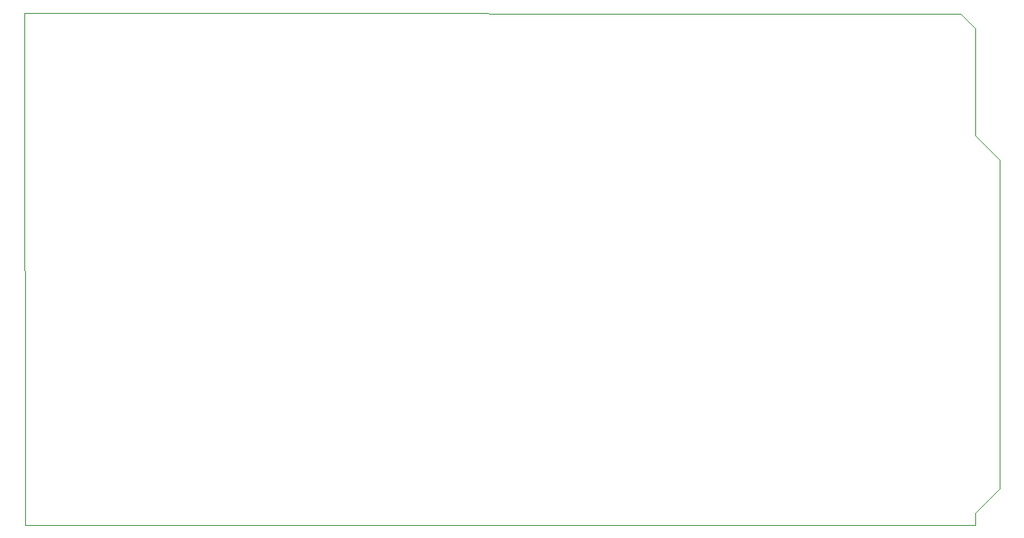
<source format=gbr>
%TF.GenerationSoftware,KiCad,Pcbnew,(5.1.10)-1*%
%TF.CreationDate,2022-02-28T00:28:23+01:00*%
%TF.ProjectId,E-nose,452d6e6f-7365-42e6-9b69-6361645f7063,rev?*%
%TF.SameCoordinates,Original*%
%TF.FileFunction,Profile,NP*%
%FSLAX46Y46*%
G04 Gerber Fmt 4.6, Leading zero omitted, Abs format (unit mm)*
G04 Created by KiCad (PCBNEW (5.1.10)-1) date 2022-02-28 00:28:23*
%MOMM*%
%LPD*%
G01*
G04 APERTURE LIST*
%TA.AperFunction,Profile*%
%ADD10C,0.050000*%
%TD*%
G04 APERTURE END LIST*
D10*
X102514400Y-57137300D02*
X102565200Y-110515400D01*
X200088500Y-57200800D02*
X102514400Y-57137300D01*
X201612500Y-58724800D02*
X200088500Y-57200800D01*
X201612500Y-69888100D02*
X201612500Y-58724800D01*
X204152500Y-72453500D02*
X201612500Y-69888100D01*
X204152500Y-106730800D02*
X204152500Y-72453500D01*
X201612500Y-109283500D02*
X204152500Y-106730800D01*
X201612500Y-110540800D02*
X201612500Y-109283500D01*
X102565200Y-110515400D02*
X201612500Y-110540800D01*
M02*

</source>
